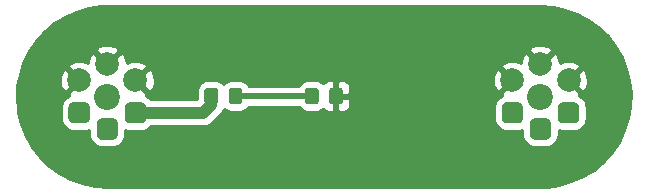
<source format=gbr>
G04 #@! TF.GenerationSoftware,KiCad,Pcbnew,(5.1.5)-3*
G04 #@! TF.CreationDate,2021-02-13T14:20:36+01:00*
G04 #@! TF.ProjectId,Stacked desk light,53746163-6b65-4642-9064-65736b206c69,rev?*
G04 #@! TF.SameCoordinates,Original*
G04 #@! TF.FileFunction,Copper,L1,Top*
G04 #@! TF.FilePolarity,Positive*
%FSLAX46Y46*%
G04 Gerber Fmt 4.6, Leading zero omitted, Abs format (unit mm)*
G04 Created by KiCad (PCBNEW (5.1.5)-3) date 2021-02-13 14:20:36*
%MOMM*%
%LPD*%
G04 APERTURE LIST*
%ADD10C,2.200000*%
%ADD11C,2.000000*%
%ADD12C,0.100000*%
%ADD13C,0.500000*%
%ADD14C,1.000000*%
%ADD15C,0.254000*%
G04 APERTURE END LIST*
D10*
X81662804Y-99939092D03*
D11*
X79281234Y-98564092D03*
X81662804Y-97189092D03*
X84044374Y-98564092D03*
G04 #@! TA.AperFunction,ComponentPad*
D12*
G36*
X84538482Y-100416259D02*
G01*
X84582165Y-100422739D01*
X84625002Y-100433469D01*
X84666582Y-100448346D01*
X84706503Y-100467227D01*
X84744381Y-100489931D01*
X84779851Y-100516237D01*
X84812572Y-100545894D01*
X84842229Y-100578615D01*
X84868535Y-100614085D01*
X84891239Y-100651963D01*
X84910120Y-100691884D01*
X84924997Y-100733464D01*
X84935727Y-100776301D01*
X84942207Y-100819984D01*
X84944374Y-100864092D01*
X84944374Y-101764092D01*
X84942207Y-101808200D01*
X84935727Y-101851883D01*
X84924997Y-101894720D01*
X84910120Y-101936300D01*
X84891239Y-101976221D01*
X84868535Y-102014099D01*
X84842229Y-102049569D01*
X84812572Y-102082290D01*
X84779851Y-102111947D01*
X84744381Y-102138253D01*
X84706503Y-102160957D01*
X84666582Y-102179838D01*
X84625002Y-102194715D01*
X84582165Y-102205445D01*
X84538482Y-102211925D01*
X84494374Y-102214092D01*
X83594374Y-102214092D01*
X83550266Y-102211925D01*
X83506583Y-102205445D01*
X83463746Y-102194715D01*
X83422166Y-102179838D01*
X83382245Y-102160957D01*
X83344367Y-102138253D01*
X83308897Y-102111947D01*
X83276176Y-102082290D01*
X83246519Y-102049569D01*
X83220213Y-102014099D01*
X83197509Y-101976221D01*
X83178628Y-101936300D01*
X83163751Y-101894720D01*
X83153021Y-101851883D01*
X83146541Y-101808200D01*
X83144374Y-101764092D01*
X83144374Y-100864092D01*
X83146541Y-100819984D01*
X83153021Y-100776301D01*
X83163751Y-100733464D01*
X83178628Y-100691884D01*
X83197509Y-100651963D01*
X83220213Y-100614085D01*
X83246519Y-100578615D01*
X83276176Y-100545894D01*
X83308897Y-100516237D01*
X83344367Y-100489931D01*
X83382245Y-100467227D01*
X83422166Y-100448346D01*
X83463746Y-100433469D01*
X83506583Y-100422739D01*
X83550266Y-100416259D01*
X83594374Y-100414092D01*
X84494374Y-100414092D01*
X84538482Y-100416259D01*
G37*
G04 #@! TD.AperFunction*
G04 #@! TA.AperFunction,ComponentPad*
G36*
X82156912Y-101791259D02*
G01*
X82200595Y-101797739D01*
X82243432Y-101808469D01*
X82285012Y-101823346D01*
X82324933Y-101842227D01*
X82362811Y-101864931D01*
X82398281Y-101891237D01*
X82431002Y-101920894D01*
X82460659Y-101953615D01*
X82486965Y-101989085D01*
X82509669Y-102026963D01*
X82528550Y-102066884D01*
X82543427Y-102108464D01*
X82554157Y-102151301D01*
X82560637Y-102194984D01*
X82562804Y-102239092D01*
X82562804Y-103139092D01*
X82560637Y-103183200D01*
X82554157Y-103226883D01*
X82543427Y-103269720D01*
X82528550Y-103311300D01*
X82509669Y-103351221D01*
X82486965Y-103389099D01*
X82460659Y-103424569D01*
X82431002Y-103457290D01*
X82398281Y-103486947D01*
X82362811Y-103513253D01*
X82324933Y-103535957D01*
X82285012Y-103554838D01*
X82243432Y-103569715D01*
X82200595Y-103580445D01*
X82156912Y-103586925D01*
X82112804Y-103589092D01*
X81212804Y-103589092D01*
X81168696Y-103586925D01*
X81125013Y-103580445D01*
X81082176Y-103569715D01*
X81040596Y-103554838D01*
X81000675Y-103535957D01*
X80962797Y-103513253D01*
X80927327Y-103486947D01*
X80894606Y-103457290D01*
X80864949Y-103424569D01*
X80838643Y-103389099D01*
X80815939Y-103351221D01*
X80797058Y-103311300D01*
X80782181Y-103269720D01*
X80771451Y-103226883D01*
X80764971Y-103183200D01*
X80762804Y-103139092D01*
X80762804Y-102239092D01*
X80764971Y-102194984D01*
X80771451Y-102151301D01*
X80782181Y-102108464D01*
X80797058Y-102066884D01*
X80815939Y-102026963D01*
X80838643Y-101989085D01*
X80864949Y-101953615D01*
X80894606Y-101920894D01*
X80927327Y-101891237D01*
X80962797Y-101864931D01*
X81000675Y-101842227D01*
X81040596Y-101823346D01*
X81082176Y-101808469D01*
X81125013Y-101797739D01*
X81168696Y-101791259D01*
X81212804Y-101789092D01*
X82112804Y-101789092D01*
X82156912Y-101791259D01*
G37*
G04 #@! TD.AperFunction*
G04 #@! TA.AperFunction,ComponentPad*
G36*
X79775342Y-100416259D02*
G01*
X79819025Y-100422739D01*
X79861862Y-100433469D01*
X79903442Y-100448346D01*
X79943363Y-100467227D01*
X79981241Y-100489931D01*
X80016711Y-100516237D01*
X80049432Y-100545894D01*
X80079089Y-100578615D01*
X80105395Y-100614085D01*
X80128099Y-100651963D01*
X80146980Y-100691884D01*
X80161857Y-100733464D01*
X80172587Y-100776301D01*
X80179067Y-100819984D01*
X80181234Y-100864092D01*
X80181234Y-101764092D01*
X80179067Y-101808200D01*
X80172587Y-101851883D01*
X80161857Y-101894720D01*
X80146980Y-101936300D01*
X80128099Y-101976221D01*
X80105395Y-102014099D01*
X80079089Y-102049569D01*
X80049432Y-102082290D01*
X80016711Y-102111947D01*
X79981241Y-102138253D01*
X79943363Y-102160957D01*
X79903442Y-102179838D01*
X79861862Y-102194715D01*
X79819025Y-102205445D01*
X79775342Y-102211925D01*
X79731234Y-102214092D01*
X78831234Y-102214092D01*
X78787126Y-102211925D01*
X78743443Y-102205445D01*
X78700606Y-102194715D01*
X78659026Y-102179838D01*
X78619105Y-102160957D01*
X78581227Y-102138253D01*
X78545757Y-102111947D01*
X78513036Y-102082290D01*
X78483379Y-102049569D01*
X78457073Y-102014099D01*
X78434369Y-101976221D01*
X78415488Y-101936300D01*
X78400611Y-101894720D01*
X78389881Y-101851883D01*
X78383401Y-101808200D01*
X78381234Y-101764092D01*
X78381234Y-100864092D01*
X78383401Y-100819984D01*
X78389881Y-100776301D01*
X78400611Y-100733464D01*
X78415488Y-100691884D01*
X78434369Y-100651963D01*
X78457073Y-100614085D01*
X78483379Y-100578615D01*
X78513036Y-100545894D01*
X78545757Y-100516237D01*
X78581227Y-100489931D01*
X78619105Y-100467227D01*
X78659026Y-100448346D01*
X78700606Y-100433469D01*
X78743443Y-100422739D01*
X78787126Y-100416259D01*
X78831234Y-100414092D01*
X79731234Y-100414092D01*
X79775342Y-100416259D01*
G37*
G04 #@! TD.AperFunction*
D10*
X118337168Y-99939092D03*
D11*
X115955598Y-98564092D03*
X118337168Y-97189092D03*
X120718738Y-98564092D03*
G04 #@! TA.AperFunction,ComponentPad*
D12*
G36*
X121212846Y-100416259D02*
G01*
X121256529Y-100422739D01*
X121299366Y-100433469D01*
X121340946Y-100448346D01*
X121380867Y-100467227D01*
X121418745Y-100489931D01*
X121454215Y-100516237D01*
X121486936Y-100545894D01*
X121516593Y-100578615D01*
X121542899Y-100614085D01*
X121565603Y-100651963D01*
X121584484Y-100691884D01*
X121599361Y-100733464D01*
X121610091Y-100776301D01*
X121616571Y-100819984D01*
X121618738Y-100864092D01*
X121618738Y-101764092D01*
X121616571Y-101808200D01*
X121610091Y-101851883D01*
X121599361Y-101894720D01*
X121584484Y-101936300D01*
X121565603Y-101976221D01*
X121542899Y-102014099D01*
X121516593Y-102049569D01*
X121486936Y-102082290D01*
X121454215Y-102111947D01*
X121418745Y-102138253D01*
X121380867Y-102160957D01*
X121340946Y-102179838D01*
X121299366Y-102194715D01*
X121256529Y-102205445D01*
X121212846Y-102211925D01*
X121168738Y-102214092D01*
X120268738Y-102214092D01*
X120224630Y-102211925D01*
X120180947Y-102205445D01*
X120138110Y-102194715D01*
X120096530Y-102179838D01*
X120056609Y-102160957D01*
X120018731Y-102138253D01*
X119983261Y-102111947D01*
X119950540Y-102082290D01*
X119920883Y-102049569D01*
X119894577Y-102014099D01*
X119871873Y-101976221D01*
X119852992Y-101936300D01*
X119838115Y-101894720D01*
X119827385Y-101851883D01*
X119820905Y-101808200D01*
X119818738Y-101764092D01*
X119818738Y-100864092D01*
X119820905Y-100819984D01*
X119827385Y-100776301D01*
X119838115Y-100733464D01*
X119852992Y-100691884D01*
X119871873Y-100651963D01*
X119894577Y-100614085D01*
X119920883Y-100578615D01*
X119950540Y-100545894D01*
X119983261Y-100516237D01*
X120018731Y-100489931D01*
X120056609Y-100467227D01*
X120096530Y-100448346D01*
X120138110Y-100433469D01*
X120180947Y-100422739D01*
X120224630Y-100416259D01*
X120268738Y-100414092D01*
X121168738Y-100414092D01*
X121212846Y-100416259D01*
G37*
G04 #@! TD.AperFunction*
G04 #@! TA.AperFunction,ComponentPad*
G36*
X118831276Y-101791259D02*
G01*
X118874959Y-101797739D01*
X118917796Y-101808469D01*
X118959376Y-101823346D01*
X118999297Y-101842227D01*
X119037175Y-101864931D01*
X119072645Y-101891237D01*
X119105366Y-101920894D01*
X119135023Y-101953615D01*
X119161329Y-101989085D01*
X119184033Y-102026963D01*
X119202914Y-102066884D01*
X119217791Y-102108464D01*
X119228521Y-102151301D01*
X119235001Y-102194984D01*
X119237168Y-102239092D01*
X119237168Y-103139092D01*
X119235001Y-103183200D01*
X119228521Y-103226883D01*
X119217791Y-103269720D01*
X119202914Y-103311300D01*
X119184033Y-103351221D01*
X119161329Y-103389099D01*
X119135023Y-103424569D01*
X119105366Y-103457290D01*
X119072645Y-103486947D01*
X119037175Y-103513253D01*
X118999297Y-103535957D01*
X118959376Y-103554838D01*
X118917796Y-103569715D01*
X118874959Y-103580445D01*
X118831276Y-103586925D01*
X118787168Y-103589092D01*
X117887168Y-103589092D01*
X117843060Y-103586925D01*
X117799377Y-103580445D01*
X117756540Y-103569715D01*
X117714960Y-103554838D01*
X117675039Y-103535957D01*
X117637161Y-103513253D01*
X117601691Y-103486947D01*
X117568970Y-103457290D01*
X117539313Y-103424569D01*
X117513007Y-103389099D01*
X117490303Y-103351221D01*
X117471422Y-103311300D01*
X117456545Y-103269720D01*
X117445815Y-103226883D01*
X117439335Y-103183200D01*
X117437168Y-103139092D01*
X117437168Y-102239092D01*
X117439335Y-102194984D01*
X117445815Y-102151301D01*
X117456545Y-102108464D01*
X117471422Y-102066884D01*
X117490303Y-102026963D01*
X117513007Y-101989085D01*
X117539313Y-101953615D01*
X117568970Y-101920894D01*
X117601691Y-101891237D01*
X117637161Y-101864931D01*
X117675039Y-101842227D01*
X117714960Y-101823346D01*
X117756540Y-101808469D01*
X117799377Y-101797739D01*
X117843060Y-101791259D01*
X117887168Y-101789092D01*
X118787168Y-101789092D01*
X118831276Y-101791259D01*
G37*
G04 #@! TD.AperFunction*
G04 #@! TA.AperFunction,ComponentPad*
G36*
X116449706Y-100416259D02*
G01*
X116493389Y-100422739D01*
X116536226Y-100433469D01*
X116577806Y-100448346D01*
X116617727Y-100467227D01*
X116655605Y-100489931D01*
X116691075Y-100516237D01*
X116723796Y-100545894D01*
X116753453Y-100578615D01*
X116779759Y-100614085D01*
X116802463Y-100651963D01*
X116821344Y-100691884D01*
X116836221Y-100733464D01*
X116846951Y-100776301D01*
X116853431Y-100819984D01*
X116855598Y-100864092D01*
X116855598Y-101764092D01*
X116853431Y-101808200D01*
X116846951Y-101851883D01*
X116836221Y-101894720D01*
X116821344Y-101936300D01*
X116802463Y-101976221D01*
X116779759Y-102014099D01*
X116753453Y-102049569D01*
X116723796Y-102082290D01*
X116691075Y-102111947D01*
X116655605Y-102138253D01*
X116617727Y-102160957D01*
X116577806Y-102179838D01*
X116536226Y-102194715D01*
X116493389Y-102205445D01*
X116449706Y-102211925D01*
X116405598Y-102214092D01*
X115505598Y-102214092D01*
X115461490Y-102211925D01*
X115417807Y-102205445D01*
X115374970Y-102194715D01*
X115333390Y-102179838D01*
X115293469Y-102160957D01*
X115255591Y-102138253D01*
X115220121Y-102111947D01*
X115187400Y-102082290D01*
X115157743Y-102049569D01*
X115131437Y-102014099D01*
X115108733Y-101976221D01*
X115089852Y-101936300D01*
X115074975Y-101894720D01*
X115064245Y-101851883D01*
X115057765Y-101808200D01*
X115055598Y-101764092D01*
X115055598Y-100864092D01*
X115057765Y-100819984D01*
X115064245Y-100776301D01*
X115074975Y-100733464D01*
X115089852Y-100691884D01*
X115108733Y-100651963D01*
X115131437Y-100614085D01*
X115157743Y-100578615D01*
X115187400Y-100545894D01*
X115220121Y-100516237D01*
X115255591Y-100489931D01*
X115293469Y-100467227D01*
X115333390Y-100448346D01*
X115374970Y-100433469D01*
X115417807Y-100422739D01*
X115461490Y-100416259D01*
X115505598Y-100414092D01*
X116405598Y-100414092D01*
X116449706Y-100416259D01*
G37*
G04 #@! TD.AperFunction*
G04 #@! TA.AperFunction,SMDPad,CuDef*
G36*
X90819505Y-99201204D02*
G01*
X90843773Y-99204804D01*
X90867572Y-99210765D01*
X90890671Y-99219030D01*
X90912850Y-99229520D01*
X90933893Y-99242132D01*
X90953599Y-99256747D01*
X90971777Y-99273223D01*
X90988253Y-99291401D01*
X91002868Y-99311107D01*
X91015480Y-99332150D01*
X91025970Y-99354329D01*
X91034235Y-99377428D01*
X91040196Y-99401227D01*
X91043796Y-99425495D01*
X91045000Y-99449999D01*
X91045000Y-100350001D01*
X91043796Y-100374505D01*
X91040196Y-100398773D01*
X91034235Y-100422572D01*
X91025970Y-100445671D01*
X91015480Y-100467850D01*
X91002868Y-100488893D01*
X90988253Y-100508599D01*
X90971777Y-100526777D01*
X90953599Y-100543253D01*
X90933893Y-100557868D01*
X90912850Y-100570480D01*
X90890671Y-100580970D01*
X90867572Y-100589235D01*
X90843773Y-100595196D01*
X90819505Y-100598796D01*
X90795001Y-100600000D01*
X90144999Y-100600000D01*
X90120495Y-100598796D01*
X90096227Y-100595196D01*
X90072428Y-100589235D01*
X90049329Y-100580970D01*
X90027150Y-100570480D01*
X90006107Y-100557868D01*
X89986401Y-100543253D01*
X89968223Y-100526777D01*
X89951747Y-100508599D01*
X89937132Y-100488893D01*
X89924520Y-100467850D01*
X89914030Y-100445671D01*
X89905765Y-100422572D01*
X89899804Y-100398773D01*
X89896204Y-100374505D01*
X89895000Y-100350001D01*
X89895000Y-99449999D01*
X89896204Y-99425495D01*
X89899804Y-99401227D01*
X89905765Y-99377428D01*
X89914030Y-99354329D01*
X89924520Y-99332150D01*
X89937132Y-99311107D01*
X89951747Y-99291401D01*
X89968223Y-99273223D01*
X89986401Y-99256747D01*
X90006107Y-99242132D01*
X90027150Y-99229520D01*
X90049329Y-99219030D01*
X90072428Y-99210765D01*
X90096227Y-99204804D01*
X90120495Y-99201204D01*
X90144999Y-99200000D01*
X90795001Y-99200000D01*
X90819505Y-99201204D01*
G37*
G04 #@! TD.AperFunction*
G04 #@! TA.AperFunction,SMDPad,CuDef*
G36*
X92869505Y-99201204D02*
G01*
X92893773Y-99204804D01*
X92917572Y-99210765D01*
X92940671Y-99219030D01*
X92962850Y-99229520D01*
X92983893Y-99242132D01*
X93003599Y-99256747D01*
X93021777Y-99273223D01*
X93038253Y-99291401D01*
X93052868Y-99311107D01*
X93065480Y-99332150D01*
X93075970Y-99354329D01*
X93084235Y-99377428D01*
X93090196Y-99401227D01*
X93093796Y-99425495D01*
X93095000Y-99449999D01*
X93095000Y-100350001D01*
X93093796Y-100374505D01*
X93090196Y-100398773D01*
X93084235Y-100422572D01*
X93075970Y-100445671D01*
X93065480Y-100467850D01*
X93052868Y-100488893D01*
X93038253Y-100508599D01*
X93021777Y-100526777D01*
X93003599Y-100543253D01*
X92983893Y-100557868D01*
X92962850Y-100570480D01*
X92940671Y-100580970D01*
X92917572Y-100589235D01*
X92893773Y-100595196D01*
X92869505Y-100598796D01*
X92845001Y-100600000D01*
X92194999Y-100600000D01*
X92170495Y-100598796D01*
X92146227Y-100595196D01*
X92122428Y-100589235D01*
X92099329Y-100580970D01*
X92077150Y-100570480D01*
X92056107Y-100557868D01*
X92036401Y-100543253D01*
X92018223Y-100526777D01*
X92001747Y-100508599D01*
X91987132Y-100488893D01*
X91974520Y-100467850D01*
X91964030Y-100445671D01*
X91955765Y-100422572D01*
X91949804Y-100398773D01*
X91946204Y-100374505D01*
X91945000Y-100350001D01*
X91945000Y-99449999D01*
X91946204Y-99425495D01*
X91949804Y-99401227D01*
X91955765Y-99377428D01*
X91964030Y-99354329D01*
X91974520Y-99332150D01*
X91987132Y-99311107D01*
X92001747Y-99291401D01*
X92018223Y-99273223D01*
X92036401Y-99256747D01*
X92056107Y-99242132D01*
X92077150Y-99229520D01*
X92099329Y-99219030D01*
X92122428Y-99210765D01*
X92146227Y-99204804D01*
X92170495Y-99201204D01*
X92194999Y-99200000D01*
X92845001Y-99200000D01*
X92869505Y-99201204D01*
G37*
G04 #@! TD.AperFunction*
G04 #@! TA.AperFunction,SMDPad,CuDef*
G36*
X101379505Y-99201204D02*
G01*
X101403773Y-99204804D01*
X101427572Y-99210765D01*
X101450671Y-99219030D01*
X101472850Y-99229520D01*
X101493893Y-99242132D01*
X101513599Y-99256747D01*
X101531777Y-99273223D01*
X101548253Y-99291401D01*
X101562868Y-99311107D01*
X101575480Y-99332150D01*
X101585970Y-99354329D01*
X101594235Y-99377428D01*
X101600196Y-99401227D01*
X101603796Y-99425495D01*
X101605000Y-99449999D01*
X101605000Y-100350001D01*
X101603796Y-100374505D01*
X101600196Y-100398773D01*
X101594235Y-100422572D01*
X101585970Y-100445671D01*
X101575480Y-100467850D01*
X101562868Y-100488893D01*
X101548253Y-100508599D01*
X101531777Y-100526777D01*
X101513599Y-100543253D01*
X101493893Y-100557868D01*
X101472850Y-100570480D01*
X101450671Y-100580970D01*
X101427572Y-100589235D01*
X101403773Y-100595196D01*
X101379505Y-100598796D01*
X101355001Y-100600000D01*
X100704999Y-100600000D01*
X100680495Y-100598796D01*
X100656227Y-100595196D01*
X100632428Y-100589235D01*
X100609329Y-100580970D01*
X100587150Y-100570480D01*
X100566107Y-100557868D01*
X100546401Y-100543253D01*
X100528223Y-100526777D01*
X100511747Y-100508599D01*
X100497132Y-100488893D01*
X100484520Y-100467850D01*
X100474030Y-100445671D01*
X100465765Y-100422572D01*
X100459804Y-100398773D01*
X100456204Y-100374505D01*
X100455000Y-100350001D01*
X100455000Y-99449999D01*
X100456204Y-99425495D01*
X100459804Y-99401227D01*
X100465765Y-99377428D01*
X100474030Y-99354329D01*
X100484520Y-99332150D01*
X100497132Y-99311107D01*
X100511747Y-99291401D01*
X100528223Y-99273223D01*
X100546401Y-99256747D01*
X100566107Y-99242132D01*
X100587150Y-99229520D01*
X100609329Y-99219030D01*
X100632428Y-99210765D01*
X100656227Y-99204804D01*
X100680495Y-99201204D01*
X100704999Y-99200000D01*
X101355001Y-99200000D01*
X101379505Y-99201204D01*
G37*
G04 #@! TD.AperFunction*
G04 #@! TA.AperFunction,SMDPad,CuDef*
G36*
X99329505Y-99201204D02*
G01*
X99353773Y-99204804D01*
X99377572Y-99210765D01*
X99400671Y-99219030D01*
X99422850Y-99229520D01*
X99443893Y-99242132D01*
X99463599Y-99256747D01*
X99481777Y-99273223D01*
X99498253Y-99291401D01*
X99512868Y-99311107D01*
X99525480Y-99332150D01*
X99535970Y-99354329D01*
X99544235Y-99377428D01*
X99550196Y-99401227D01*
X99553796Y-99425495D01*
X99555000Y-99449999D01*
X99555000Y-100350001D01*
X99553796Y-100374505D01*
X99550196Y-100398773D01*
X99544235Y-100422572D01*
X99535970Y-100445671D01*
X99525480Y-100467850D01*
X99512868Y-100488893D01*
X99498253Y-100508599D01*
X99481777Y-100526777D01*
X99463599Y-100543253D01*
X99443893Y-100557868D01*
X99422850Y-100570480D01*
X99400671Y-100580970D01*
X99377572Y-100589235D01*
X99353773Y-100595196D01*
X99329505Y-100598796D01*
X99305001Y-100600000D01*
X98654999Y-100600000D01*
X98630495Y-100598796D01*
X98606227Y-100595196D01*
X98582428Y-100589235D01*
X98559329Y-100580970D01*
X98537150Y-100570480D01*
X98516107Y-100557868D01*
X98496401Y-100543253D01*
X98478223Y-100526777D01*
X98461747Y-100508599D01*
X98447132Y-100488893D01*
X98434520Y-100467850D01*
X98424030Y-100445671D01*
X98415765Y-100422572D01*
X98409804Y-100398773D01*
X98406204Y-100374505D01*
X98405000Y-100350001D01*
X98405000Y-99449999D01*
X98406204Y-99425495D01*
X98409804Y-99401227D01*
X98415765Y-99377428D01*
X98424030Y-99354329D01*
X98434520Y-99332150D01*
X98447132Y-99311107D01*
X98461747Y-99291401D01*
X98478223Y-99273223D01*
X98496401Y-99256747D01*
X98516107Y-99242132D01*
X98537150Y-99229520D01*
X98559329Y-99219030D01*
X98582428Y-99210765D01*
X98606227Y-99204804D01*
X98630495Y-99201204D01*
X98654999Y-99200000D01*
X99305001Y-99200000D01*
X99329505Y-99201204D01*
G37*
G04 #@! TD.AperFunction*
D13*
X92530000Y-99930000D02*
X92520000Y-99940000D01*
X98980000Y-99930000D02*
X92530000Y-99930000D01*
D14*
X90470000Y-99940000D02*
X90470000Y-100640000D01*
X84944374Y-101314092D02*
X84948466Y-101310000D01*
X84044374Y-101314092D02*
X84944374Y-101314092D01*
X89800000Y-101310000D02*
X90470000Y-100640000D01*
X84948466Y-101310000D02*
X89800000Y-101310000D01*
D15*
G36*
X119402010Y-92362354D02*
G01*
X120446123Y-92584286D01*
X121449193Y-92949374D01*
X122391691Y-93450509D01*
X123255261Y-94077931D01*
X124023116Y-94819440D01*
X124680300Y-95660596D01*
X125214023Y-96585031D01*
X125613890Y-97574739D01*
X125872129Y-98610477D01*
X125983707Y-99672065D01*
X125946454Y-100738861D01*
X125761094Y-101790086D01*
X125431237Y-102805280D01*
X124963303Y-103764688D01*
X124366397Y-104649638D01*
X123652136Y-105442906D01*
X122834434Y-106129040D01*
X121929188Y-106694699D01*
X120954033Y-107128867D01*
X119927940Y-107423094D01*
X118859439Y-107573262D01*
X118325646Y-107591903D01*
X81685848Y-107591903D01*
X80597961Y-107515830D01*
X79553849Y-107293898D01*
X78550779Y-106928810D01*
X77608290Y-106427680D01*
X76744710Y-105800253D01*
X75976856Y-105058744D01*
X75319672Y-104217588D01*
X74785951Y-103293155D01*
X74386082Y-102303445D01*
X74127843Y-101267706D01*
X74085422Y-100864092D01*
X77743162Y-100864092D01*
X77743162Y-101764092D01*
X77764069Y-101976364D01*
X77825987Y-102180479D01*
X77926535Y-102368592D01*
X78061851Y-102533475D01*
X78226734Y-102668791D01*
X78414847Y-102769339D01*
X78618962Y-102831257D01*
X78831234Y-102852164D01*
X79731234Y-102852164D01*
X79943506Y-102831257D01*
X80124732Y-102776282D01*
X80124732Y-103139092D01*
X80145639Y-103351364D01*
X80207557Y-103555479D01*
X80308105Y-103743592D01*
X80443421Y-103908475D01*
X80608304Y-104043791D01*
X80796417Y-104144339D01*
X81000532Y-104206257D01*
X81212804Y-104227164D01*
X82112804Y-104227164D01*
X82325076Y-104206257D01*
X82529191Y-104144339D01*
X82717304Y-104043791D01*
X82882187Y-103908475D01*
X83017503Y-103743592D01*
X83118051Y-103555479D01*
X83179969Y-103351364D01*
X83200876Y-103139092D01*
X83200876Y-102776282D01*
X83382102Y-102831257D01*
X83594374Y-102852164D01*
X84494374Y-102852164D01*
X84706646Y-102831257D01*
X84910761Y-102769339D01*
X85098874Y-102668791D01*
X85263757Y-102533475D01*
X85336367Y-102445000D01*
X89744249Y-102445000D01*
X89800000Y-102450491D01*
X89855751Y-102445000D01*
X89855752Y-102445000D01*
X90022499Y-102428577D01*
X90236447Y-102363676D01*
X90433623Y-102258284D01*
X90606449Y-102116449D01*
X90641996Y-102073135D01*
X91233135Y-101481996D01*
X91276449Y-101446449D01*
X91418284Y-101273623D01*
X91523676Y-101076447D01*
X91554068Y-100976260D01*
X91557191Y-100965964D01*
X91567038Y-100977962D01*
X91701613Y-101088405D01*
X91855149Y-101170472D01*
X92021745Y-101221008D01*
X92194999Y-101238072D01*
X92845001Y-101238072D01*
X93018255Y-101221008D01*
X93184851Y-101170472D01*
X93338387Y-101088405D01*
X93472962Y-100977962D01*
X93583405Y-100843387D01*
X93598578Y-100815000D01*
X97901422Y-100815000D01*
X97916595Y-100843387D01*
X98027038Y-100977962D01*
X98161613Y-101088405D01*
X98315149Y-101170472D01*
X98481745Y-101221008D01*
X98654999Y-101238072D01*
X99305001Y-101238072D01*
X99478255Y-101221008D01*
X99644851Y-101170472D01*
X99798387Y-101088405D01*
X99932962Y-100977962D01*
X99938342Y-100971406D01*
X100003815Y-101051185D01*
X100100506Y-101130537D01*
X100210820Y-101189502D01*
X100330518Y-101225812D01*
X100455000Y-101238072D01*
X100744250Y-101235000D01*
X100903000Y-101076250D01*
X100903000Y-100027000D01*
X101157000Y-100027000D01*
X101157000Y-101076250D01*
X101315750Y-101235000D01*
X101605000Y-101238072D01*
X101729482Y-101225812D01*
X101849180Y-101189502D01*
X101959494Y-101130537D01*
X102056185Y-101051185D01*
X102135537Y-100954494D01*
X102183858Y-100864092D01*
X114417526Y-100864092D01*
X114417526Y-101764092D01*
X114438433Y-101976364D01*
X114500351Y-102180479D01*
X114600899Y-102368592D01*
X114736215Y-102533475D01*
X114901098Y-102668791D01*
X115089211Y-102769339D01*
X115293326Y-102831257D01*
X115505598Y-102852164D01*
X116405598Y-102852164D01*
X116617870Y-102831257D01*
X116799096Y-102776282D01*
X116799096Y-103139092D01*
X116820003Y-103351364D01*
X116881921Y-103555479D01*
X116982469Y-103743592D01*
X117117785Y-103908475D01*
X117282668Y-104043791D01*
X117470781Y-104144339D01*
X117674896Y-104206257D01*
X117887168Y-104227164D01*
X118787168Y-104227164D01*
X118999440Y-104206257D01*
X119203555Y-104144339D01*
X119391668Y-104043791D01*
X119556551Y-103908475D01*
X119691867Y-103743592D01*
X119792415Y-103555479D01*
X119854333Y-103351364D01*
X119875240Y-103139092D01*
X119875240Y-102776282D01*
X120056466Y-102831257D01*
X120268738Y-102852164D01*
X121168738Y-102852164D01*
X121381010Y-102831257D01*
X121585125Y-102769339D01*
X121773238Y-102668791D01*
X121938121Y-102533475D01*
X122073437Y-102368592D01*
X122173985Y-102180479D01*
X122235903Y-101976364D01*
X122256810Y-101764092D01*
X122256810Y-100864092D01*
X122235903Y-100651820D01*
X122173985Y-100447705D01*
X122073437Y-100259592D01*
X121938121Y-100094709D01*
X121773238Y-99959393D01*
X121611691Y-99873045D01*
X121674546Y-99699505D01*
X120718738Y-98743697D01*
X120704596Y-98757840D01*
X120524991Y-98578235D01*
X120539133Y-98564092D01*
X120898343Y-98564092D01*
X121854151Y-99519900D01*
X122118552Y-99424136D01*
X122259442Y-99134521D01*
X122341122Y-98822984D01*
X122360456Y-98501497D01*
X122316699Y-98182417D01*
X122211533Y-97878004D01*
X122118552Y-97704048D01*
X121854151Y-97608284D01*
X120898343Y-98564092D01*
X120539133Y-98564092D01*
X120524991Y-98549950D01*
X120704596Y-98370345D01*
X120718738Y-98384487D01*
X121674546Y-97428679D01*
X121578782Y-97164278D01*
X121289167Y-97023388D01*
X120977630Y-96941708D01*
X120656143Y-96922374D01*
X120337063Y-96966131D01*
X120032650Y-97071297D01*
X119975505Y-97101842D01*
X119935129Y-96807417D01*
X119829963Y-96503004D01*
X119736982Y-96329048D01*
X119472581Y-96233284D01*
X118516773Y-97189092D01*
X118530916Y-97203235D01*
X118351311Y-97382840D01*
X118337168Y-97368697D01*
X118323026Y-97382840D01*
X118143421Y-97203235D01*
X118157563Y-97189092D01*
X117201755Y-96233284D01*
X116937354Y-96329048D01*
X116796464Y-96618663D01*
X116714784Y-96930200D01*
X116703974Y-97109954D01*
X116526027Y-97023388D01*
X116214490Y-96941708D01*
X115893003Y-96922374D01*
X115573923Y-96966131D01*
X115269510Y-97071297D01*
X115095554Y-97164278D01*
X114999790Y-97428679D01*
X115955598Y-98384487D01*
X115969741Y-98370345D01*
X116149346Y-98549950D01*
X116135203Y-98564092D01*
X116149346Y-98578235D01*
X115969741Y-98757840D01*
X115955598Y-98743697D01*
X114999790Y-99699505D01*
X115062645Y-99873045D01*
X114901098Y-99959393D01*
X114736215Y-100094709D01*
X114600899Y-100259592D01*
X114500351Y-100447705D01*
X114438433Y-100651820D01*
X114417526Y-100864092D01*
X102183858Y-100864092D01*
X102194502Y-100844180D01*
X102230812Y-100724482D01*
X102243072Y-100600000D01*
X102240000Y-100185750D01*
X102081250Y-100027000D01*
X101157000Y-100027000D01*
X100903000Y-100027000D01*
X100883000Y-100027000D01*
X100883000Y-99773000D01*
X100903000Y-99773000D01*
X100903000Y-98723750D01*
X101157000Y-98723750D01*
X101157000Y-99773000D01*
X102081250Y-99773000D01*
X102240000Y-99614250D01*
X102243072Y-99200000D01*
X102230812Y-99075518D01*
X102194502Y-98955820D01*
X102135537Y-98845506D01*
X102056185Y-98748815D01*
X101959494Y-98669463D01*
X101879468Y-98626687D01*
X114313880Y-98626687D01*
X114357637Y-98945767D01*
X114462803Y-99250180D01*
X114555784Y-99424136D01*
X114820185Y-99519900D01*
X115775993Y-98564092D01*
X114820185Y-97608284D01*
X114555784Y-97704048D01*
X114414894Y-97993663D01*
X114333214Y-98305200D01*
X114313880Y-98626687D01*
X101879468Y-98626687D01*
X101849180Y-98610498D01*
X101729482Y-98574188D01*
X101605000Y-98561928D01*
X101315750Y-98565000D01*
X101157000Y-98723750D01*
X100903000Y-98723750D01*
X100744250Y-98565000D01*
X100455000Y-98561928D01*
X100330518Y-98574188D01*
X100210820Y-98610498D01*
X100100506Y-98669463D01*
X100003815Y-98748815D01*
X99938342Y-98828594D01*
X99932962Y-98822038D01*
X99798387Y-98711595D01*
X99644851Y-98629528D01*
X99478255Y-98578992D01*
X99305001Y-98561928D01*
X98654999Y-98561928D01*
X98481745Y-98578992D01*
X98315149Y-98629528D01*
X98161613Y-98711595D01*
X98027038Y-98822038D01*
X97916595Y-98956613D01*
X97869351Y-99045000D01*
X93630649Y-99045000D01*
X93583405Y-98956613D01*
X93472962Y-98822038D01*
X93338387Y-98711595D01*
X93184851Y-98629528D01*
X93018255Y-98578992D01*
X92845001Y-98561928D01*
X92194999Y-98561928D01*
X92021745Y-98578992D01*
X91855149Y-98629528D01*
X91701613Y-98711595D01*
X91567038Y-98822038D01*
X91495000Y-98909816D01*
X91422962Y-98822038D01*
X91288387Y-98711595D01*
X91134851Y-98629528D01*
X90968255Y-98578992D01*
X90795001Y-98561928D01*
X90144999Y-98561928D01*
X89971745Y-98578992D01*
X89805149Y-98629528D01*
X89651613Y-98711595D01*
X89517038Y-98822038D01*
X89406595Y-98956613D01*
X89324528Y-99110149D01*
X89273992Y-99276745D01*
X89256928Y-99449999D01*
X89256928Y-100175000D01*
X85329650Y-100175000D01*
X85263757Y-100094709D01*
X85098874Y-99959393D01*
X84937327Y-99873045D01*
X85000182Y-99699505D01*
X84044374Y-98743697D01*
X84030232Y-98757840D01*
X83850627Y-98578235D01*
X83864769Y-98564092D01*
X84223979Y-98564092D01*
X85179787Y-99519900D01*
X85444188Y-99424136D01*
X85585078Y-99134521D01*
X85666758Y-98822984D01*
X85686092Y-98501497D01*
X85642335Y-98182417D01*
X85537169Y-97878004D01*
X85444188Y-97704048D01*
X85179787Y-97608284D01*
X84223979Y-98564092D01*
X83864769Y-98564092D01*
X83850627Y-98549950D01*
X84030232Y-98370345D01*
X84044374Y-98384487D01*
X85000182Y-97428679D01*
X84904418Y-97164278D01*
X84614803Y-97023388D01*
X84303266Y-96941708D01*
X83981779Y-96922374D01*
X83662699Y-96966131D01*
X83358286Y-97071297D01*
X83301141Y-97101842D01*
X83260765Y-96807417D01*
X83155599Y-96503004D01*
X83062618Y-96329048D01*
X82798217Y-96233284D01*
X81842409Y-97189092D01*
X81856552Y-97203235D01*
X81676947Y-97382840D01*
X81662804Y-97368697D01*
X81648662Y-97382840D01*
X81469057Y-97203235D01*
X81483199Y-97189092D01*
X80527391Y-96233284D01*
X80262990Y-96329048D01*
X80122100Y-96618663D01*
X80040420Y-96930200D01*
X80029610Y-97109954D01*
X79851663Y-97023388D01*
X79540126Y-96941708D01*
X79218639Y-96922374D01*
X78899559Y-96966131D01*
X78595146Y-97071297D01*
X78421190Y-97164278D01*
X78325426Y-97428679D01*
X79281234Y-98384487D01*
X79295377Y-98370345D01*
X79474982Y-98549950D01*
X79460839Y-98564092D01*
X79474982Y-98578235D01*
X79295377Y-98757840D01*
X79281234Y-98743697D01*
X78325426Y-99699505D01*
X78388281Y-99873045D01*
X78226734Y-99959393D01*
X78061851Y-100094709D01*
X77926535Y-100259592D01*
X77825987Y-100447705D01*
X77764069Y-100651820D01*
X77743162Y-100864092D01*
X74085422Y-100864092D01*
X74016266Y-100206118D01*
X74053518Y-99139323D01*
X74143909Y-98626687D01*
X77639516Y-98626687D01*
X77683273Y-98945767D01*
X77788439Y-99250180D01*
X77881420Y-99424136D01*
X78145821Y-99519900D01*
X79101629Y-98564092D01*
X78145821Y-97608284D01*
X77881420Y-97704048D01*
X77740530Y-97993663D01*
X77658850Y-98305200D01*
X77639516Y-98626687D01*
X74143909Y-98626687D01*
X74238878Y-98088098D01*
X74568735Y-97072904D01*
X75036669Y-96113493D01*
X75077014Y-96053679D01*
X80706996Y-96053679D01*
X81662804Y-97009487D01*
X82618612Y-96053679D01*
X117381360Y-96053679D01*
X118337168Y-97009487D01*
X119292976Y-96053679D01*
X119197212Y-95789278D01*
X118907597Y-95648388D01*
X118596060Y-95566708D01*
X118274573Y-95547374D01*
X117955493Y-95591131D01*
X117651080Y-95696297D01*
X117477124Y-95789278D01*
X117381360Y-96053679D01*
X82618612Y-96053679D01*
X82522848Y-95789278D01*
X82233233Y-95648388D01*
X81921696Y-95566708D01*
X81600209Y-95547374D01*
X81281129Y-95591131D01*
X80976716Y-95696297D01*
X80802760Y-95789278D01*
X80706996Y-96053679D01*
X75077014Y-96053679D01*
X75633575Y-95228546D01*
X76347836Y-94435278D01*
X77165539Y-93749144D01*
X78070783Y-93183485D01*
X79045937Y-92749318D01*
X80072032Y-92455090D01*
X81140535Y-92304922D01*
X81674326Y-92286281D01*
X118314124Y-92286281D01*
X119402010Y-92362354D01*
G37*
X119402010Y-92362354D02*
X120446123Y-92584286D01*
X121449193Y-92949374D01*
X122391691Y-93450509D01*
X123255261Y-94077931D01*
X124023116Y-94819440D01*
X124680300Y-95660596D01*
X125214023Y-96585031D01*
X125613890Y-97574739D01*
X125872129Y-98610477D01*
X125983707Y-99672065D01*
X125946454Y-100738861D01*
X125761094Y-101790086D01*
X125431237Y-102805280D01*
X124963303Y-103764688D01*
X124366397Y-104649638D01*
X123652136Y-105442906D01*
X122834434Y-106129040D01*
X121929188Y-106694699D01*
X120954033Y-107128867D01*
X119927940Y-107423094D01*
X118859439Y-107573262D01*
X118325646Y-107591903D01*
X81685848Y-107591903D01*
X80597961Y-107515830D01*
X79553849Y-107293898D01*
X78550779Y-106928810D01*
X77608290Y-106427680D01*
X76744710Y-105800253D01*
X75976856Y-105058744D01*
X75319672Y-104217588D01*
X74785951Y-103293155D01*
X74386082Y-102303445D01*
X74127843Y-101267706D01*
X74085422Y-100864092D01*
X77743162Y-100864092D01*
X77743162Y-101764092D01*
X77764069Y-101976364D01*
X77825987Y-102180479D01*
X77926535Y-102368592D01*
X78061851Y-102533475D01*
X78226734Y-102668791D01*
X78414847Y-102769339D01*
X78618962Y-102831257D01*
X78831234Y-102852164D01*
X79731234Y-102852164D01*
X79943506Y-102831257D01*
X80124732Y-102776282D01*
X80124732Y-103139092D01*
X80145639Y-103351364D01*
X80207557Y-103555479D01*
X80308105Y-103743592D01*
X80443421Y-103908475D01*
X80608304Y-104043791D01*
X80796417Y-104144339D01*
X81000532Y-104206257D01*
X81212804Y-104227164D01*
X82112804Y-104227164D01*
X82325076Y-104206257D01*
X82529191Y-104144339D01*
X82717304Y-104043791D01*
X82882187Y-103908475D01*
X83017503Y-103743592D01*
X83118051Y-103555479D01*
X83179969Y-103351364D01*
X83200876Y-103139092D01*
X83200876Y-102776282D01*
X83382102Y-102831257D01*
X83594374Y-102852164D01*
X84494374Y-102852164D01*
X84706646Y-102831257D01*
X84910761Y-102769339D01*
X85098874Y-102668791D01*
X85263757Y-102533475D01*
X85336367Y-102445000D01*
X89744249Y-102445000D01*
X89800000Y-102450491D01*
X89855751Y-102445000D01*
X89855752Y-102445000D01*
X90022499Y-102428577D01*
X90236447Y-102363676D01*
X90433623Y-102258284D01*
X90606449Y-102116449D01*
X90641996Y-102073135D01*
X91233135Y-101481996D01*
X91276449Y-101446449D01*
X91418284Y-101273623D01*
X91523676Y-101076447D01*
X91554068Y-100976260D01*
X91557191Y-100965964D01*
X91567038Y-100977962D01*
X91701613Y-101088405D01*
X91855149Y-101170472D01*
X92021745Y-101221008D01*
X92194999Y-101238072D01*
X92845001Y-101238072D01*
X93018255Y-101221008D01*
X93184851Y-101170472D01*
X93338387Y-101088405D01*
X93472962Y-100977962D01*
X93583405Y-100843387D01*
X93598578Y-100815000D01*
X97901422Y-100815000D01*
X97916595Y-100843387D01*
X98027038Y-100977962D01*
X98161613Y-101088405D01*
X98315149Y-101170472D01*
X98481745Y-101221008D01*
X98654999Y-101238072D01*
X99305001Y-101238072D01*
X99478255Y-101221008D01*
X99644851Y-101170472D01*
X99798387Y-101088405D01*
X99932962Y-100977962D01*
X99938342Y-100971406D01*
X100003815Y-101051185D01*
X100100506Y-101130537D01*
X100210820Y-101189502D01*
X100330518Y-101225812D01*
X100455000Y-101238072D01*
X100744250Y-101235000D01*
X100903000Y-101076250D01*
X100903000Y-100027000D01*
X101157000Y-100027000D01*
X101157000Y-101076250D01*
X101315750Y-101235000D01*
X101605000Y-101238072D01*
X101729482Y-101225812D01*
X101849180Y-101189502D01*
X101959494Y-101130537D01*
X102056185Y-101051185D01*
X102135537Y-100954494D01*
X102183858Y-100864092D01*
X114417526Y-100864092D01*
X114417526Y-101764092D01*
X114438433Y-101976364D01*
X114500351Y-102180479D01*
X114600899Y-102368592D01*
X114736215Y-102533475D01*
X114901098Y-102668791D01*
X115089211Y-102769339D01*
X115293326Y-102831257D01*
X115505598Y-102852164D01*
X116405598Y-102852164D01*
X116617870Y-102831257D01*
X116799096Y-102776282D01*
X116799096Y-103139092D01*
X116820003Y-103351364D01*
X116881921Y-103555479D01*
X116982469Y-103743592D01*
X117117785Y-103908475D01*
X117282668Y-104043791D01*
X117470781Y-104144339D01*
X117674896Y-104206257D01*
X117887168Y-104227164D01*
X118787168Y-104227164D01*
X118999440Y-104206257D01*
X119203555Y-104144339D01*
X119391668Y-104043791D01*
X119556551Y-103908475D01*
X119691867Y-103743592D01*
X119792415Y-103555479D01*
X119854333Y-103351364D01*
X119875240Y-103139092D01*
X119875240Y-102776282D01*
X120056466Y-102831257D01*
X120268738Y-102852164D01*
X121168738Y-102852164D01*
X121381010Y-102831257D01*
X121585125Y-102769339D01*
X121773238Y-102668791D01*
X121938121Y-102533475D01*
X122073437Y-102368592D01*
X122173985Y-102180479D01*
X122235903Y-101976364D01*
X122256810Y-101764092D01*
X122256810Y-100864092D01*
X122235903Y-100651820D01*
X122173985Y-100447705D01*
X122073437Y-100259592D01*
X121938121Y-100094709D01*
X121773238Y-99959393D01*
X121611691Y-99873045D01*
X121674546Y-99699505D01*
X120718738Y-98743697D01*
X120704596Y-98757840D01*
X120524991Y-98578235D01*
X120539133Y-98564092D01*
X120898343Y-98564092D01*
X121854151Y-99519900D01*
X122118552Y-99424136D01*
X122259442Y-99134521D01*
X122341122Y-98822984D01*
X122360456Y-98501497D01*
X122316699Y-98182417D01*
X122211533Y-97878004D01*
X122118552Y-97704048D01*
X121854151Y-97608284D01*
X120898343Y-98564092D01*
X120539133Y-98564092D01*
X120524991Y-98549950D01*
X120704596Y-98370345D01*
X120718738Y-98384487D01*
X121674546Y-97428679D01*
X121578782Y-97164278D01*
X121289167Y-97023388D01*
X120977630Y-96941708D01*
X120656143Y-96922374D01*
X120337063Y-96966131D01*
X120032650Y-97071297D01*
X119975505Y-97101842D01*
X119935129Y-96807417D01*
X119829963Y-96503004D01*
X119736982Y-96329048D01*
X119472581Y-96233284D01*
X118516773Y-97189092D01*
X118530916Y-97203235D01*
X118351311Y-97382840D01*
X118337168Y-97368697D01*
X118323026Y-97382840D01*
X118143421Y-97203235D01*
X118157563Y-97189092D01*
X117201755Y-96233284D01*
X116937354Y-96329048D01*
X116796464Y-96618663D01*
X116714784Y-96930200D01*
X116703974Y-97109954D01*
X116526027Y-97023388D01*
X116214490Y-96941708D01*
X115893003Y-96922374D01*
X115573923Y-96966131D01*
X115269510Y-97071297D01*
X115095554Y-97164278D01*
X114999790Y-97428679D01*
X115955598Y-98384487D01*
X115969741Y-98370345D01*
X116149346Y-98549950D01*
X116135203Y-98564092D01*
X116149346Y-98578235D01*
X115969741Y-98757840D01*
X115955598Y-98743697D01*
X114999790Y-99699505D01*
X115062645Y-99873045D01*
X114901098Y-99959393D01*
X114736215Y-100094709D01*
X114600899Y-100259592D01*
X114500351Y-100447705D01*
X114438433Y-100651820D01*
X114417526Y-100864092D01*
X102183858Y-100864092D01*
X102194502Y-100844180D01*
X102230812Y-100724482D01*
X102243072Y-100600000D01*
X102240000Y-100185750D01*
X102081250Y-100027000D01*
X101157000Y-100027000D01*
X100903000Y-100027000D01*
X100883000Y-100027000D01*
X100883000Y-99773000D01*
X100903000Y-99773000D01*
X100903000Y-98723750D01*
X101157000Y-98723750D01*
X101157000Y-99773000D01*
X102081250Y-99773000D01*
X102240000Y-99614250D01*
X102243072Y-99200000D01*
X102230812Y-99075518D01*
X102194502Y-98955820D01*
X102135537Y-98845506D01*
X102056185Y-98748815D01*
X101959494Y-98669463D01*
X101879468Y-98626687D01*
X114313880Y-98626687D01*
X114357637Y-98945767D01*
X114462803Y-99250180D01*
X114555784Y-99424136D01*
X114820185Y-99519900D01*
X115775993Y-98564092D01*
X114820185Y-97608284D01*
X114555784Y-97704048D01*
X114414894Y-97993663D01*
X114333214Y-98305200D01*
X114313880Y-98626687D01*
X101879468Y-98626687D01*
X101849180Y-98610498D01*
X101729482Y-98574188D01*
X101605000Y-98561928D01*
X101315750Y-98565000D01*
X101157000Y-98723750D01*
X100903000Y-98723750D01*
X100744250Y-98565000D01*
X100455000Y-98561928D01*
X100330518Y-98574188D01*
X100210820Y-98610498D01*
X100100506Y-98669463D01*
X100003815Y-98748815D01*
X99938342Y-98828594D01*
X99932962Y-98822038D01*
X99798387Y-98711595D01*
X99644851Y-98629528D01*
X99478255Y-98578992D01*
X99305001Y-98561928D01*
X98654999Y-98561928D01*
X98481745Y-98578992D01*
X98315149Y-98629528D01*
X98161613Y-98711595D01*
X98027038Y-98822038D01*
X97916595Y-98956613D01*
X97869351Y-99045000D01*
X93630649Y-99045000D01*
X93583405Y-98956613D01*
X93472962Y-98822038D01*
X93338387Y-98711595D01*
X93184851Y-98629528D01*
X93018255Y-98578992D01*
X92845001Y-98561928D01*
X92194999Y-98561928D01*
X92021745Y-98578992D01*
X91855149Y-98629528D01*
X91701613Y-98711595D01*
X91567038Y-98822038D01*
X91495000Y-98909816D01*
X91422962Y-98822038D01*
X91288387Y-98711595D01*
X91134851Y-98629528D01*
X90968255Y-98578992D01*
X90795001Y-98561928D01*
X90144999Y-98561928D01*
X89971745Y-98578992D01*
X89805149Y-98629528D01*
X89651613Y-98711595D01*
X89517038Y-98822038D01*
X89406595Y-98956613D01*
X89324528Y-99110149D01*
X89273992Y-99276745D01*
X89256928Y-99449999D01*
X89256928Y-100175000D01*
X85329650Y-100175000D01*
X85263757Y-100094709D01*
X85098874Y-99959393D01*
X84937327Y-99873045D01*
X85000182Y-99699505D01*
X84044374Y-98743697D01*
X84030232Y-98757840D01*
X83850627Y-98578235D01*
X83864769Y-98564092D01*
X84223979Y-98564092D01*
X85179787Y-99519900D01*
X85444188Y-99424136D01*
X85585078Y-99134521D01*
X85666758Y-98822984D01*
X85686092Y-98501497D01*
X85642335Y-98182417D01*
X85537169Y-97878004D01*
X85444188Y-97704048D01*
X85179787Y-97608284D01*
X84223979Y-98564092D01*
X83864769Y-98564092D01*
X83850627Y-98549950D01*
X84030232Y-98370345D01*
X84044374Y-98384487D01*
X85000182Y-97428679D01*
X84904418Y-97164278D01*
X84614803Y-97023388D01*
X84303266Y-96941708D01*
X83981779Y-96922374D01*
X83662699Y-96966131D01*
X83358286Y-97071297D01*
X83301141Y-97101842D01*
X83260765Y-96807417D01*
X83155599Y-96503004D01*
X83062618Y-96329048D01*
X82798217Y-96233284D01*
X81842409Y-97189092D01*
X81856552Y-97203235D01*
X81676947Y-97382840D01*
X81662804Y-97368697D01*
X81648662Y-97382840D01*
X81469057Y-97203235D01*
X81483199Y-97189092D01*
X80527391Y-96233284D01*
X80262990Y-96329048D01*
X80122100Y-96618663D01*
X80040420Y-96930200D01*
X80029610Y-97109954D01*
X79851663Y-97023388D01*
X79540126Y-96941708D01*
X79218639Y-96922374D01*
X78899559Y-96966131D01*
X78595146Y-97071297D01*
X78421190Y-97164278D01*
X78325426Y-97428679D01*
X79281234Y-98384487D01*
X79295377Y-98370345D01*
X79474982Y-98549950D01*
X79460839Y-98564092D01*
X79474982Y-98578235D01*
X79295377Y-98757840D01*
X79281234Y-98743697D01*
X78325426Y-99699505D01*
X78388281Y-99873045D01*
X78226734Y-99959393D01*
X78061851Y-100094709D01*
X77926535Y-100259592D01*
X77825987Y-100447705D01*
X77764069Y-100651820D01*
X77743162Y-100864092D01*
X74085422Y-100864092D01*
X74016266Y-100206118D01*
X74053518Y-99139323D01*
X74143909Y-98626687D01*
X77639516Y-98626687D01*
X77683273Y-98945767D01*
X77788439Y-99250180D01*
X77881420Y-99424136D01*
X78145821Y-99519900D01*
X79101629Y-98564092D01*
X78145821Y-97608284D01*
X77881420Y-97704048D01*
X77740530Y-97993663D01*
X77658850Y-98305200D01*
X77639516Y-98626687D01*
X74143909Y-98626687D01*
X74238878Y-98088098D01*
X74568735Y-97072904D01*
X75036669Y-96113493D01*
X75077014Y-96053679D01*
X80706996Y-96053679D01*
X81662804Y-97009487D01*
X82618612Y-96053679D01*
X117381360Y-96053679D01*
X118337168Y-97009487D01*
X119292976Y-96053679D01*
X119197212Y-95789278D01*
X118907597Y-95648388D01*
X118596060Y-95566708D01*
X118274573Y-95547374D01*
X117955493Y-95591131D01*
X117651080Y-95696297D01*
X117477124Y-95789278D01*
X117381360Y-96053679D01*
X82618612Y-96053679D01*
X82522848Y-95789278D01*
X82233233Y-95648388D01*
X81921696Y-95566708D01*
X81600209Y-95547374D01*
X81281129Y-95591131D01*
X80976716Y-95696297D01*
X80802760Y-95789278D01*
X80706996Y-96053679D01*
X75077014Y-96053679D01*
X75633575Y-95228546D01*
X76347836Y-94435278D01*
X77165539Y-93749144D01*
X78070783Y-93183485D01*
X79045937Y-92749318D01*
X80072032Y-92455090D01*
X81140535Y-92304922D01*
X81674326Y-92286281D01*
X118314124Y-92286281D01*
X119402010Y-92362354D01*
M02*

</source>
